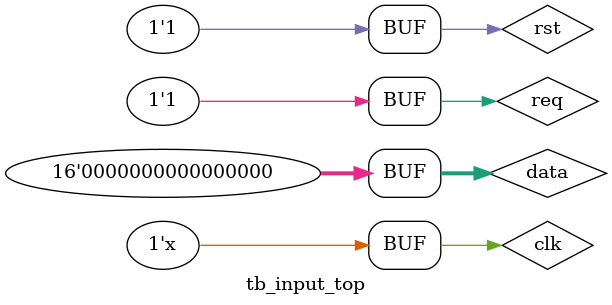
<source format=v>
`timescale 1ns / 1ps
module tb_input_top();
reg clk,rst;
reg req;
reg [15:0] data;    //input

initial begin
    clk = 1'b0;
    rst = 1'b0;    //¸´Î»
    req = 1'b1;    //´ò¿ªÊäÈëÇëÇó
    data = 16'hffff;    //ÊäÈë1
    #40 rst = 1'b1;    // ½â³ý¸´Î»
    #200 data = 16'h0000;    //ÊäÈë0
end

always begin
    #5 clk = ~clk;    //10ns Ê±ÖÓ
end
fft_top fft_top
    (.clk(clk),
     .rst(rst),
     .req_i(req),
     .data_i(data)
     );
endmodule

</source>
